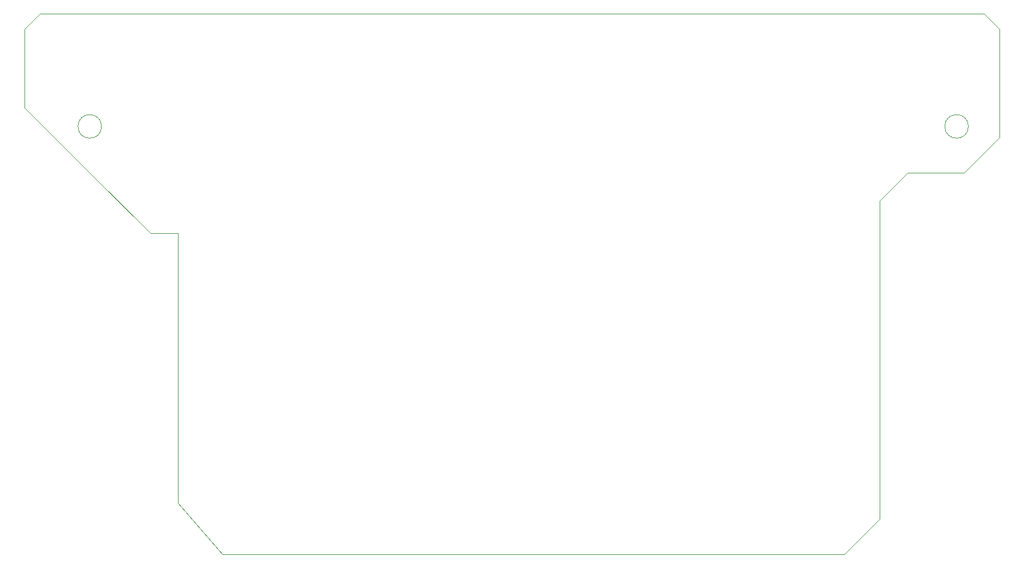
<source format=gbr>
%TF.GenerationSoftware,KiCad,Pcbnew,(6.0.11)*%
%TF.CreationDate,2023-03-11T15:53:01-07:00*%
%TF.ProjectId,arduino-mega-isa-shield,61726475-696e-46f2-9d6d-6567612d6973,rev?*%
%TF.SameCoordinates,Original*%
%TF.FileFunction,Profile,NP*%
%FSLAX46Y46*%
G04 Gerber Fmt 4.6, Leading zero omitted, Abs format (unit mm)*
G04 Created by KiCad (PCBNEW (6.0.11)) date 2023-03-11 15:53:01*
%MOMM*%
%LPD*%
G01*
G04 APERTURE LIST*
%TA.AperFunction,Profile*%
%ADD10C,0.100000*%
%TD*%
G04 APERTURE END LIST*
D10*
X186055000Y-63246000D02*
X194437000Y-63246000D01*
X197358000Y-39624000D02*
X57277000Y-39624000D01*
X194437000Y-63246000D02*
X199644000Y-58039000D01*
X77724000Y-84328000D02*
X77724000Y-72263000D01*
X195044000Y-56388000D02*
G75*
G03*
X195044000Y-56388000I-1750000J0D01*
G01*
X199644000Y-41910000D02*
X197358000Y-39624000D01*
X64643000Y-63246000D02*
X73660000Y-72263000D01*
X199644000Y-58039000D02*
X199644000Y-41910000D01*
X54991000Y-41910000D02*
X54991000Y-53594000D01*
X66393000Y-56388000D02*
G75*
G03*
X66393000Y-56388000I-1750000J0D01*
G01*
X181864000Y-114681000D02*
X181864000Y-67437000D01*
X77724000Y-84328000D02*
X77724000Y-112268000D01*
X84328000Y-119888000D02*
X176657000Y-119888000D01*
X54991000Y-41910000D02*
X57277000Y-39624000D01*
X181864000Y-67437000D02*
X186055000Y-63246000D01*
X73660000Y-72263000D02*
X77724000Y-72263000D01*
X176657000Y-119888000D02*
X181864000Y-114681000D01*
X54991000Y-53594000D02*
X64643000Y-63246000D01*
X77724000Y-112268000D02*
X84328000Y-119888000D01*
M02*

</source>
